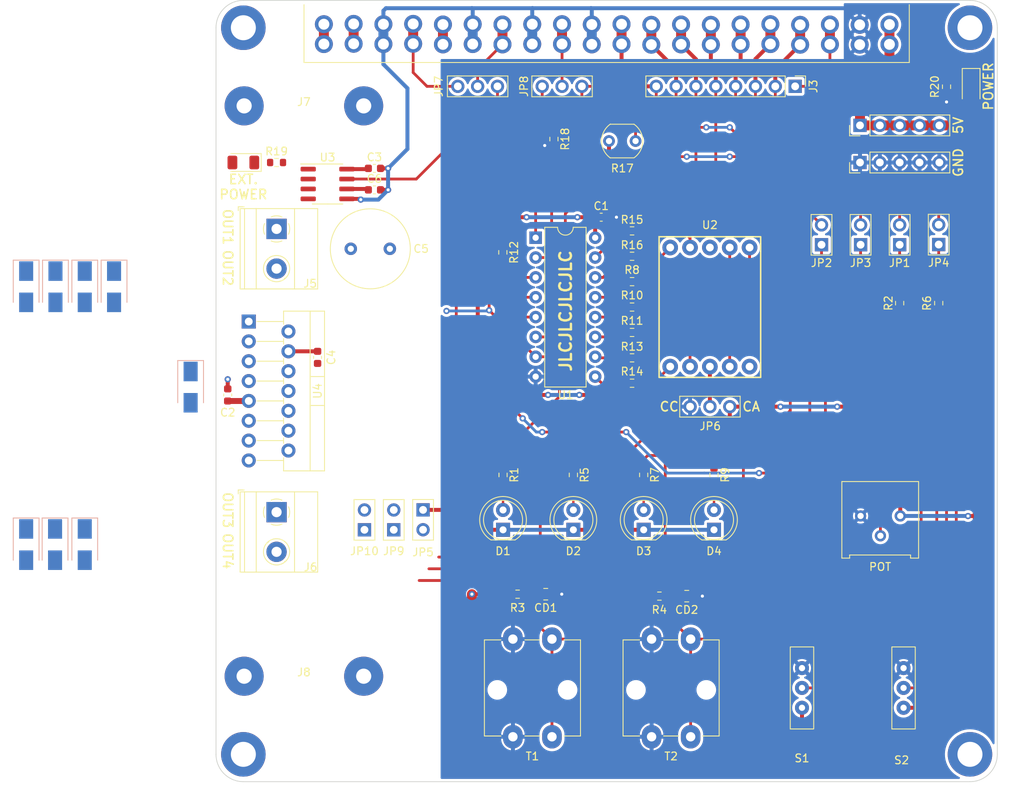
<source format=kicad_pcb>
(kicad_pcb (version 20211014) (generator pcbnew)
  (layers (0 "F.Cu" signal) (31 "B.Cu" signal) (34 "B.Paste" user) (35 "F.Paste" user) (36 "B.SilkS" user "B.Silkscreen") (37 "F.SilkS" user "F.Silkscreen") (38 "B.Mask" user) (39 "F.Mask" user) (44 "Edge.Cuts" user))
  (net 0 "")
  (net 1 "+5V")
  (net 2 "GND")
  (net 3 "/IP-")
  (net 4 "Net-(C6-Pad1)")
  (net 5 "DIO4")
  (net 6 "DIO5")
  (net 7 "Net-(D1-Pad1)")
  (net 8 "DIO0")
  (net 9 "DIO1")
  (net 10 "DIO2")
  (net 11 "DIO3")
  (net 12 "/OUT4")
  (net 13 "/OUT3")
  (net 14 "/OUT1")
  (net 15 "/OUT2")
  (net 16 "Net-(D13-Pad1)")
  (net 17 "VDD")
  (net 18 "Net-(D14-Pad1)")
  (net 19 "DIO7")
  (net 20 "DIO6")
  (net 21 "unconnected-(J4-Pad1)")
  (net 22 "unconnected-(J4-Pad2)")
  (net 23 "AO0")
  (net 24 "unconnected-(J4-Pad5)")
  (net 25 "AI0+")
  (net 26 "AI1+")
  (net 27 "Net-(JP1-Pad1)")
  (net 28 "Net-(JP4-Pad1)")
  (net 29 "Net-(JP6-Pad2)")
  (net 30 "Net-(JP7-Pad1)")
  (net 31 "Net-(JP8-Pad1)")
  (net 32 "Net-(JP9-Pad2)")
  (net 33 "Net-(JP10-Pad2)")
  (net 34 "Net-(R2-Pad1)")
  (net 35 "Net-(R6-Pad2)")
  (net 36 "Net-(R8-Pad1)")
  (net 37 "Net-(R8-Pad2)")
  (net 38 "Net-(R10-Pad1)")
  (net 39 "Net-(R10-Pad2)")
  (net 40 "Net-(R11-Pad1)")
  (net 41 "Net-(R11-Pad2)")
  (net 42 "Net-(R12-Pad2)")
  (net 43 "Net-(R13-Pad1)")
  (net 44 "Net-(R13-Pad2)")
  (net 45 "Net-(R14-Pad1)")
  (net 46 "Net-(R14-Pad2)")
  (net 47 "Net-(R15-Pad1)")
  (net 48 "Net-(R15-Pad2)")
  (net 49 "Net-(R16-Pad1)")
  (net 50 "Net-(R16-Pad2)")
  (net 51 "Net-(JP8-Pad3)")
  (net 58 "Net-(CD1-Pad1)")
  (net 59 "Net-(CD2-Pad1)")
  (net 60 "Net-(D1-Pad2)")
  (net 61 "Net-(D2-Pad2)")
  (net 62 "Net-(D3-Pad2)")
  (net 63 "Net-(D4-Pad2)")
  (footprint "LED_THT:LED_D5.0mm" (layer "F.Cu") (at 114.9875 101.5125 90)
    (fp_text reference "D2")
    (fp_text value "YELLOW")
  )
  (footprint "Resistor_SMD:R_0603_1608Metric" (layer "F.Cu") (at 162.75 44.8 -90)
    (fp_text reference "R20")
    (fp_text value "1k")
  )
  (footprint "Resistor_SMD:R_0603_1608Metric" (layer "F.Cu") (at 107.85 109.75)
    (fp_text reference "R3")
    (fp_text value "10k")
  )
  (footprint "Capacitor_THT:C_Radial_D10.0mm_H16.0mm_P5.00mm" (layer "F.Cu") (at 86.5 65.545)
    (fp_text reference "C5")
    (fp_text value "470u")
  )
  (footprint "Resistor_SMD:R_0603_1608Metric" (layer "F.Cu") (at 112.5 51.5 -90)
    (fp_text reference "R18")
    (fp_text value "10k")
  )
  (footprint "Resistor_SMD:R_0603_1608Metric" (layer "F.Cu") (at 122.5 69.75)
    (fp_text reference "R8")
    (fp_text value "680")
  )
  (footprint "Resistor_SMD:R_0603_1608Metric" (layer "F.Cu") (at 122.5 76.25)
    (fp_text reference "R11")
    (fp_text value "680")
  )
  (footprint "MountingHole:MountingHole_3.2mm_M3_ISO7380_Pad" (layer "F.Cu") (at 72.75 37.25)
    (fp_text reference "H1" hide)
    (fp_text value "MountingHole_Pad")
  )
  (footprint "Library:PinHeader_1x02_P2.54mm_jumper" (layer "F.Cu") (at 88.25 101.5125 180)
    (fp_text reference "JP10")
    (fp_text value "Jumper_2_Open")
  )
  (footprint "Resistor_SMD:R_0603_1608Metric" (layer "F.Cu") (at 122.5 73)
    (fp_text reference "R10")
    (fp_text value "680")
  )
  (footprint "Capacitor_SMD:C_0805_2012Metric" (layer "F.Cu") (at 111.45 109.75)
    (fp_text reference "CD1")
    (fp_text value "1u")
  )
  (footprint "Capacitor_SMD:C_0603_1608Metric" (layer "F.Cu") (at 89.525 55.25)
    (fp_text reference "C3")
    (fp_text value "100n")
  )
  (footprint "Resistor_SMD:R_0603_1608Metric" (layer "F.Cu") (at 156.75 72.5 90)
    (fp_text reference "R2")
    (fp_text value "10k")
  )
  (footprint "Resistor_SMD:R_0603_1608Metric" (layer "F.Cu") (at 161.75 72.5 -90)
    (fp_text reference "R6")
    (fp_text value "10k")
  )
  (footprint "Capacitor_SMD:C_0603_1608Metric" (layer "F.Cu") (at 70.75 84.25 90)
    (fp_text reference "C2")
    (fp_text value "100n")
  )
  (footprint "Library:7segm-SA52" (layer "F.Cu") (at 132.46 73)
    (fp_text reference "U2")
    (fp_text value "7segm-symbol")
  )
  (footprint "MountingHole:MountingHole_3.2mm_M3_ISO7380_Pad" (layer "F.Cu") (at 72.75 130.25)
    (fp_text reference "H4" hide)
    (fp_text value "MountingHole_Pad")
  )
  (footprint "Resistor_SMD:R_0603_1608Metric" (layer "F.Cu") (at 105.96 66 -90)
    (fp_text reference "R12")
    (fp_text value "10k")
  )
  (footprint "Library:PinHeader_1x03_P2.54mm_Vertical_jumper" (layer "F.Cu") (at 111 44.75 90)
    (fp_text reference "JP8")
    (fp_text value "Jumper_3_Open")
  )
  (footprint "Library:Potentiometer_Bourns_3386P_Vertical" (layer "F.Cu") (at 151.75 99.7375 -90)
    (fp_text reference "RV1" hide)
    (fp_text value "10k")
  )
  (footprint "Library:PinHeader_1x02_P2.54mm_jumper" (layer "F.Cu") (at 95.75 98.9625)
    (fp_text reference "JP5")
    (fp_text value "Jumper_2_Open")
  )
  (footprint "Library:PinHeader_1x02_P2.54mm_jumper" (layer "F.Cu") (at 161.75 65 180)
    (fp_text reference "JP4")
    (fp_text value "Jumper_2_Open")
  )
  (footprint "Library:PinHeader_1x02_P2.54mm_jumper" (layer "F.Cu") (at 92 101.5125 180)
    (fp_text reference "JP9")
    (fp_text value "Jumper_2_Open")
  )
  (footprint "Connector_PinHeader_2.54mm:PinHeader_1x08_P2.54mm_Vertical" (layer "F.Cu") (at 143.375 44.75 -90)
    (fp_text reference "J3")
    (fp_text value "Conn_01x08_Male")
  )
  (footprint "Connector_PinHeader_2.54mm:PinHeader_1x05_P2.54mm_Vertical" (layer "F.Cu") (at 151.675 54.5 90)
    (fp_text reference "J2" hide)
    (fp_text value "Conn_01x05_Male")
  )
  (footprint "Capacitor_SMD:C_0603_1608Metric" (layer "F.Cu") (at 82.25 79.44 -90)
    (fp_text reference "C4")
    (fp_text value "100n")
  )
  (footprint "LED_SMD:LED_1206_3216Metric" (layer "F.Cu") (at 72.75 54.5 180)
    (fp_text reference "D13" hide)
    (fp_text value "LED")
  )
  (footprint "Resistor_SMD:R_0603_1608Metric" (layer "F.Cu") (at 123.9875 94.4875 -90)
    (fp_text reference "R7")
    (fp_text value "1k")
  )
  (footprint "Library:OSTV7XX3151" (layer "F.Cu") (at 83.055 36.8)
    (fp_text reference "J4" hide)
    (fp_text value "OSTV7XX3151")
  )
  (footprint "Library:TO-220-15_P2.54x2.54mm_StaggerOdd_Lead4.58mm_Vertical" (layer "F.Cu") (at 73.44 74.855 -90)
    (fp_text reference "U4")
    (fp_text value "L298N")
  )
  (footprint "Library:PinHeader_1x03_P2.54mm_Vertical_jumper" (layer "F.Cu") (at 105.275 44.75 -90)
    (fp_text reference "JP7")
    (fp_text value "Jumper_3_Open")
  )
  (footprint "Resistor_SMD:R_0603_1608Metric" (layer "F.Cu") (at 77 54.5)
    (fp_text reference "R19")
    (fp_text value "2k7")
  )
  (footprint "Resistor_SMD:R_0603_1608Metric" (layer "F.Cu") (at 114.9875 94.4875 -90)
    (fp_text reference "R5")
    (fp_text value "1k")
  )
  (footprint "LED_THT:LED_D5.0mm" (layer "F.Cu") (at 123.9875 101.5125 90)
    (fp_text reference "D3")
    (fp_text value "GREEN")
  )
  (footprint "Package_DIP:DIP-16_W7.62mm" (layer "F.Cu") (at 110.16 64.125)
    (fp_text reference "U1")
    (fp_text value "74LS47")
  )
  (footprint "TerminalBlock_Phoenix:TerminalBlock_Phoenix_MKDS-1,5-2-5.08_1x02_P5.08mm_Horizontal" (layer "F.Cu") (at 77 99.25 -90)
    (fp_text reference "J6")
    (fp_text value "Screw_Terminal_01x02")
  )
  (footprint "Capacitor_SMD:C_0603_1608Metric" (layer "F.Cu") (at 89.525 58)
    (fp_text reference "C6")
    (fp_text value "1n")
  )
  (footprint "Resistor_SMD:R_0603_1608Metric" (layer "F.Cu") (at 132.9875 94.4875 -90)
    (fp_text reference "R9")
    (fp_text value "1k")
  )
  (footprint "Capacitor_SMD:C_0805_2012Metric" (layer "F.Cu") (at 129.5 110)
    (fp_text reference "CD2")
    (fp_text value "1u")
  )
  (footprint "Resistor_SMD:R_0603_1608Metric" (layer "F.Cu") (at 105.9875 94.4875 -90)
    (fp_text reference "R1")
    (fp_text value "1k")
  )
  (footprint "Library:PinHeader_1x02_P2.54mm_jumper" (layer "F.Cu") (at 156.75 65.025 180)
    (fp_text reference "JP1")
    (fp_text value "Jumper_2_Open")
  )
  (footprint "Library:DELTRON 4mm banana socket - black" (layer "F.Cu") (at 80.5 120.25)
    (fp_text reference "J8")
    (fp_text value "Screw_Terminal_01x01")
  )
  (footprint "OptoDevice:R_LDR_5.1x4.3mm_P3.4mm_Vertical" (layer "F.Cu") (at 119.55 51.75)
    (fp_text reference "R17")
    (fp_text value "R_Photo")
  )
  (footprint "Library:Omron_B3F-12x12mm" (layer "F.Cu") (at 130 115.5 -90)
    (fp_text reference "SW4" hide)
    (fp_text value "SW_Push")
  )
  (footprint "LED_THT:LED_D5.0mm" (layer "F.Cu") (at 105.9875 101.5125 90)
    (fp_text reference "D1")
    (fp_text value "RED")
  )
  (footprint "Resistor_SMD:R_0603_1608Metric" (layer "F.Cu") (at 122.5 63.25)
    (fp_text reference "R15")
    (fp_text value "680")
  )
  (footprint "Library:PinHeader_1x03_P2.54mm_Vertical_jumper" (layer "F.Cu") (at 135.01 85.75 -90)
    (fp_text reference "JP6")
    (fp_text value "Jumper_3_Open")
  )
  (footprint "Resistor_SMD:R_0603_1608Metric" (layer "F.Cu") (at 122.5 79.5)
    (fp_text reference "R13")
    (fp_text value "680")
  )
  (footprint "MountingHole:MountingHole_3.2mm_M3_ISO7380_Pad" (layer "F.Cu") (at 165.75 130.25)
    (fp_text reference "H3" hide)
    (fp_text value "MountingHole_Pad")
  )
  (footprint "Library:we01014042" (layer "F.Cu") (at 144.25 121.75 90)
    (fp_text reference "SW1" hide)
    (fp_text value "SW_SPDT")
  )
  (footprint "Library:DELTRON 4mm banana socket - red" (layer "F.Cu") (at 80.5 47.25)
    (fp_text reference "J7")
    (fp_text value "Screw_Terminal_01x01")
  )
  (footprint "Library:we01014042" (layer "F.Cu") (at 157.25 121.75 90)
    (fp_text reference "SW2" hide)
    (fp_text value "SW_SPDT")
  )
  (footprint "Library:PinHeader_1x02_P2.54mm_jumper" (layer "F.Cu") (at 146.75 65.025 180)
    (fp_text reference "JP2")
    (fp_text value "Jumper_2_Open")
  )
  (footprint "LED_SMD:LED_1206_3216Metric" (layer "F.Cu") (at 165.9 44.75 -90)
    (fp_text reference "D14" hide)
    (fp_text value "LED")
  )
  (footprint "Library:PinHeader_1x02_P2.54mm_jumper" (layer "F.Cu") (at 151.75 65.025 180)
    (fp_text reference "JP3")
    (fp_text value "Jumper_2_Open")
  )
  (footprint "Library:Omron_B3F-12x12mm" (layer "F.Cu") (at 112.25 115.5 -90)
    (fp_text reference "SW3" hide)
    (fp_text value "SW_Push")
  )
  (footprint "Resistor_SMD:R_0603_1608Metric" (layer "F.Cu") (at 126 110)
    (fp_text reference "R4")
    (fp_text value "10k")
  )
  (footprint "LED_THT:LED_D5.0mm" (layer "F.Cu") (at 132.9875 101.5125 90)
    (fp_text reference "D4")
    (fp_text value "BLUE")
  )
  (footprint "TerminalBlock_Phoenix:TerminalBlock_Phoenix_MKDS-1,5-2-5.08_1x02_P5.08mm_Horizontal" (layer "F.Cu") (at 77 63 -90)
    (fp_text reference "J5")
    (fp_text value "Screw_Terminal_01x02")
  )
  (footprint "Capacitor_SMD:C_0603_1608Metric" (layer "F.Cu") (at 118.555 61.5)
    (fp_text reference "C1")
    (fp_text value "100n")
  )
  (footprint "Connector_PinHeader_2.54mm:PinHeader_1x05_P2.54mm_Vertical" (layer "F.Cu") (at 151.675 49.75 90)
    (fp_text reference "J1" hide)
    (fp_text value "Conn_01x05_Male")
  )
  (footprint "MountingHole:MountingHole_3.2mm_M3_ISO7380_Pad" (layer "F.Cu") (at 165.75 37.25)
    (fp_text reference "H2" hide)
    (fp_text value "MountingHole_Pad")
  )
  (footprint "Package_SO:SOIC-8_3.9x4.9mm_P1.27mm" (layer "F.Cu") (at 83.525 57.25)
    (fp_text reference "U3")
    (fp_text value "ACS712xLCTR-05B")
  )
  (footprint "Resistor_SMD:R_0603_1608Metric" (layer "F.Cu") (at 122.5 66.5)
    (fp_text reference "R16")
    (fp_text value "680")
  )
  (footprint "Resistor_SMD:R_0603_1608Metric" (layer "F.Cu") (at 122.5 82.75)
    (fp_text reference "R14")
    (fp_text value "680")
  )
  (footprint "Diode_SMD:D_SMA" (layer "B.Cu") (at 52.45 70.4 -90)
    (fp_text reference "D6" hide)
    (fp_text value "1N4007")
  )
  (footprint "Diode_SMD:D_SMA" (layer "B.Cu") (at 56.2 70.4 -90)
    (fp_text reference "D5" hide)
    (fp_text value "1N4007")
  )
  (footprint "Diode_SMD:D_SMA" (layer "B.Cu") (at 52.45 103.4 -90)
    (fp_text reference "D10" hide)
    (fp_text value "1N4007")
  )
  (footprint "Diode_SMD:D_SMA" (layer "B.Cu") (at 66 83.25 -90)
    (fp_text reference "D11" hide)
    (fp_text value "1N4007")
  )
  (footprint "Diode_SMD:D_SMA" (layer "B.Cu") (at 48.65 103.4 -90)
    (fp_text reference "D9" hide)
    (fp_text value "1N4007")
  )
  (footprint "Diode_SMD:D_SMA" (layer "B.Cu") (at 48.7 70.4 -90)
    (fp_text reference "D7" hide)
    (fp_text value "1N4007")
  )
  (footprint "Diode_SMD:D_SMA" (layer "B.Cu") (at 44.95 103.4 -90)
    (fp_text reference "D12" hide)
    (fp_text value "1N4007")
  )
  (footprint "Diode_SMD:D_SMA" (layer "B.Cu") (at 44.95 70.4 -90)
    (fp_text reference "D8" hide)
    (fp_text value "1N4007")
  )
  (gr_line (start 165.75 133.75) (end 72.75 133.75) (layer "Edge.Cuts") (width 0.1))
  (gr_line (start 169.25 37.25) (end 169.25 130.25) (layer "Edge.Cuts") (width 0.1))
  (gr_line (start 69.25 130.25) (end 69.25 37.25) (layer "Edge.Cuts") (width 0.1))
  (gr_arc (start 69.25 37.25) (mid 70.275126 34.775126) (end 72.75 33.75) (layer "Edge.Cuts") (width 0.1))
  (gr_arc (start 169.25 130.25) (mid 168.224874 132.724874) (end 165.75 133.75) (layer "Edge.Cuts") (width 0.1))
  (gr_line (start 72.75 33.75) (end 165.75 33.75) (layer "Edge.Cuts") (width 0.1))
  (gr_arc (start 72.75 133.75) (mid 70.275126 132.724874) (end 69.25 130.25) (layer "Edge.Cuts") (width 0.1))
  (gr_arc (start 165.75 33.75) (mid 168.224874 34.775126) (end 169.25 37.25) (layer "Edge.Cuts") (width 0.1))
  (gr_text "OUT4" (at 70.75 104.25 270) (layer "F.SilkS") (effects (font (size 1.2 1.2) (thickness 0.2))))
  (gr_text "T2" (at 127.5 130.5) (layer "F.SilkS") (effects (font (size 1 1))))
  (gr_text "S1" (at 144.25 130.75) (layer "F.SilkS") (effects (font (size 1 1))))
  (gr_text "S2" (at 157 131) (layer "F.SilkS") (effects (font (size 1 1))))
  (gr_text "OUT1" (at 70.75 62.75 270) (layer "F.SilkS") (effects (font (size 1.2 1.2) (thickness 0.2))))
  (gr_text "EXT.\nPOWER" (at 72.75 57.625) (layer "F.SilkS") (effects (font (size 1.2 1.2) (thickness 0.2))))
  (gr_text "OUT3" (at 70.75 99 270) (layer "F.SilkS") (effects (font (size 1.2 1.2) (thickness 0.2))))
  (gr_text "JLCJLCJLCJLC" (at 114 73.5 90) (layer "F.SilkS") (effects (font (size 1.5 1.5) (thickness 0.3))))
  (gr_text "T1" (at 109.75 130.5) (layer "F.SilkS") (effects (font (size 1 1))))
  (gr_text "GND" (at 164.25 54.5 90) (layer "F.SilkS") (effects (font (size 1.2 1.2) (thickness 0.2))))
  (gr_text "POT" (at 154.25 106.25) (layer "F.SilkS") (effects (font (size 1 1))))
  (gr_text "5V" (at 164.25 49.75 90) (layer "F.SilkS") (effects (font (size 1.2 1.2) (thickness 0.2))))
  (gr_text "CA" (at 137.75 85.75) (layer "F.SilkS") (effects (font (size 1.2 1.2) (thickness 0.2))))
  (gr_text "POWER" (at 168.1 44.75 90) (layer "F.SilkS") (effects (font (size 1.2 1.2) (thickness 0.2))))
  (gr_text "CC" (at 127.25 85.75) (layer "F.SilkS") (effects (font (size 1.2 1.2) (thickness 0.2))))
  (gr_text "OUT2" (at 70.75 68 270) (layer "F.SilkS") (effects (font (size 1.2 1.2) (thickness 0.2))))
  (segment (start 102 113.7) (end 102 109.75) (width 1.27) (layer "F.Cu") (net 1))
  (segment (start 156.83 91.83) (end 150.75 85.75) (width 0.508) (layer "F.Cu") (net 1))
  (segment (start 105.96 65.175) (end 105.96 63.04) (width 0.508) (layer "F.Cu") (net 1))
  (segment (start 156.83 99.7375) (end 156.83 91.83) (width 0.508) (layer "F.Cu") (net 1))
  (segment (start 144.25 124.29) (end 144.25 132) (width 0.508) (layer "F.Cu") (net 1))
  (segment (start 108.75 84.25) (end 111.75 84.25) (width 0.508) (layer "F.Cu") (net 1))
  (segment (start 107.5 79.75) (end 107.5 82.25) (width 0.508) (layer "F.Cu") (net 1))
  (segment (start 164.85 48.35) (end 164.85 49.75) (width 0.3048) (layer "F.Cu") (net 1))
  (segment (start 119.55 53.2) (end 118.5 54.25) (width 0.508) (layer "F.Cu") (net 1))
  (segment (start 119.75 132) (end 104.25 132) (width 1.27) (layer "F.Cu") (net 1))
  (segment (start 165.5 49.75) (end 166.75 51) (width 1.27) (layer "F.Cu") (net 1))
  (segment (start 144.25 132) (end 119.75 132) (width 1.27) (layer "F.Cu") (net 1))
  (segment (start 155.445 36.84) (end 155.445 39.38) (width 1.27) (layer "F.Cu") (net 1))
  (segment (start 107.5 83) (end 108.75 84.25) (width 0.508) (layer "F.Cu") (net 1))
  (segment (start 166.75 123.25) (end 165.25 124.75) (width 1.27) (layer "F.Cu") (net 1))
  (segment (start 118.5 54.25) (end 108.5 54.25) (width 0.508) (layer "F.Cu") (net 1))
  (segment (start 135.01 86.99) (end 134.375 87.625) (width 0.508) (layer "F.Cu") (net 1))
  (segment (start 117.78 61.5) (end 115.5 61.5) (width 0.508) (layer "F.Cu") (net 1))
  (segment (start 117.78 61.5) (end 117.78 64.125) (width 0.508) (layer "F.Cu") (net 1))
  (segment (start 115.75 84.25) (end 123 84.25) (width 0.508) (layer "F.Cu") (net 1))
  (segment (start 166.75 51) (end 166.75 99.5) (width 1.27) (layer "F.Cu") (net 1))
  (segment (start 165.9 47.3) (end 164.85 48.35) (width 0.3048) (layer "F.Cu") (net 1))
  (segment (start 160.04 124.29) (end 161.625 125.875) (width 0.508) (layer "F.Cu") (net 1))
  (segment (start 160.5 127) (end 160.5 129) (width 1.27) (layer "F.Cu") (net 1))
  (segment (start 107.5 83) (end 107.5 82.25) (width 0.508) (layer "F.Cu") (net 1))
  (segment (start 102.75 63.75) (end 102.75 75) (width 0.508) (layer "F.Cu") (net 1))
  (segment (start 166.5 99.75) (end 166.75 99.5) (width 0.508) (layer "F.Cu") (net 1))
  (segment (start 117.75 60.75) (end 118.25 60.25) (width 0.508) (layer "F.Cu") (net 1))
  (segment (start 104.25 132) (end 102 129.75) (width 1.27) (layer "F.Cu") (net 1))
  (segment (start 121.25 60.25) (end 122 61) (width 0.508) (layer "F.Cu") (net 1))
  (segment (start 165.25 124.75) (end 162.75 124.75) (width 1.27) (layer "F.Cu") (net 1))
  (segment (start 102 129.75) (end 102 113.7) (width 1.27) (layer "F.Cu") (net 1))
  (segment (start 136.25 61) (end 140 64.75) (width 0.508) (layer "F.Cu") (net 1))
  (segment (start 88.655 55.345) (end 88.75 55.25) (width 0.508) (layer "F.Cu") (net 1))
  (segment (start 105.96 63.04) (end 107.5 61.5) (width 0.508) (layer "F.Cu") (net 1))
  (segment (start 140 64.75) (end 140 85.75) (width 0.508) (layer "F.Cu") (net 1))
  (segment (start 165.9 46.15) (end 165.9 47.3) (width 0.3048) (layer "F.Cu") (net 1))
  (segment (start 135.01 85.75) (end 138.5 85.75) (width 0.508) (layer "F.Cu") (net 1))
  (segment (start 102.75 75) (end 107.5 79.75) (width 0.508) (layer "F.Cu") (net 1))
  (segment (start 135.01 85.75) (end 135.01 86.99) (width 0.508) (layer "F.Cu") (net 1))
  (segment (start 151.675 49.75) (end 151.675 47.325) (width 1.27) (layer "F.Cu") (net 1))
  (segment (start 165.5 99.75) (end 166.5 99.75) (width 0.508) (layer "F.Cu") (net 1))
  (segment (start 162.75 124.75) (end 161.625 125.875) (width 1.27) (layer "F.Cu") (net 1))
  (segment (start 161.625 125.875) (end 160.5 127) (width 1.27) (layer "F.Cu") (net 1))
  (segment (start 70.75 85.025) (end 73.43 85.025) (width 0.762) (layer "F.Cu") (net 1))
  (segment (start 119.75 112) (end 119.75 132) (width 0.508) (layer "F.Cu") (net 1))
  (segment (start 157.25 124.29) (end 160.04 124.29) (width 0.508) (layer "F.Cu") (net 1))
  (segment (start 73.43 85.025) (end 73.44 85.015) (width 0.762) (layer "F.Cu") (net 1))
  (segment (start 125.175 110) (end 121.75 110) (width 0.508) (layer "F.Cu") (net 1))
  (segment (start 166.75 99.5) (end 166.75 123.25) (width 1.27) (layer "F.Cu") (net 1))
  (segment (start 122 61) (end 136.25 61) (width 0.508) (layer "F.Cu") (net 1))
  (segment (start 107.5 61.5) (end 109 61.5) (width 0.508) (layer "F.Cu") (net 1))
  (segment (start 119.55 51.75) (end 119.55 53.2) (width 0.508) (layer "F.Cu") (net 1))
  (segment (start 117.75 61.47) (end 117.75 60.75) (width 0.508) (layer "F.Cu") (net 1))
  (segment (start 161.835 49.75) (end 151.675 49.75) (width 1.27) (layer "F.Cu") (net 1))
  (segment (start 141.5 85.75) (end 140 85.75) (width 0.508) (layer "F.Cu") (net 1))
  (segment (start 164.85 49.75) (end 165.5 49.75) (width 1.27) (layer "F.Cu") (net 1))
  (segment (start 121.75 110) (end 119.75 112) (width 0.508) (layer "F.Cu") (net 1))
  (segment (start 160.5 129) (end 157.5 132) (width 1.27) (layer "F.Cu") (net 1))
  (segment (start 102.75 60) (end 102.75 63.75) (width 0.508) (layer "F.Cu") (net 1))
  (segment (start 151.675 47.325) (end 155.445 43.555) (width 1.27) (layer "F.Cu") (net 1))
  (segment (start 118.25 60.25) (end 121.25 60.25) (width 0.508) (layer "F.Cu") (net 1))
  (segment (start 150.75 85.75) (end 148.75 85.75) (width 0.508) (layer "F.Cu") (net 1))
  (segment (start 107.025 109.75) (end 102 109.75) (width 0.508) (layer "F.Cu") (net 1))
  (segment (start 108.5 54.25) (end 102.75 60) (width 0.508) (layer "F.Cu") (net 1))
  (segment (start 161.835 49.75) (end 164.85 49.75) (width 1.27) (layer "F.Cu") (net 1))
  (segment (start 157.5 132) (end 144.25 132) (width 1.27) (layer "F.Cu") (net 1))
  (segment (start 140 85.75) (end 138.5 85.75) (width 0.508) (layer "F.Cu") (net 1))
  (segment (start 86 55.345) (end 88.655 55.345) (width 0.508) (layer "F.Cu") (net 1))
  (segment (start 117.78 61.5) (end 117.75 61.47) (width 0.508) (layer "F.Cu") (net 1))
  (segment (start 123 84.25) (end 126.375 87.625) (width 0.508) (layer "F.Cu") (net 1))
  (segment (start 155.445 43.555) (end 155.445 39.38) (width 1.27) (layer "F.Cu") (net 1))
  (segment (start 126.375 87.625) (end 134.375 87.625) (width 0.508) (layer "F.Cu") (net 1))
  (via (at 111.75 84.25) (size 0.8) (drill 0.4) (layers "F.Cu" "B.Cu") (net 1))
  (via (at 102 109.75) (size 0.8) (drill 0.4) (layers "F.Cu" "B.Cu") (net 1))
  (via (at 115.5 61.5) (size 0.8) (drill 0.4) (layers "F.Cu" "B.Cu") (net 1))
  (via (at 141.5 85.75) (size 0.8) (drill 0.4) (layers "F.Cu" "B.Cu") (net 1))
  (via (at 109 61.5) (size 0.8) (drill 0.4) (layers "F.Cu" "B.Cu") (net 1))
  (via (at 148.75 85.75) (size 0.8) (drill 0.4) (layers "F.Cu" "B.Cu") (net 1))
  (via (at 165.5 99.75) (size 0.8) (drill 0.4) (layers "F.Cu" "B.Cu") (net 1))
  (via (at 115.75 84.25) (size 0.8) (drill 0.4) (layers "F.Cu" "B.Cu") (net 1))
  (segment (start 111.75 84.25) (end 115.75 84.25) (width 0.508) (layer "B.Cu") (net 1))
  (segment (start 165.4875 99.7375) (end 165.5 99.75) (width 0.508) (layer "B.Cu") (net 1))
  (segment (start 156.83 99.7375) (end 165.4875 99.7375) (width 0.508) (layer "B.Cu") (net 1))
  (segment (start 148.75 85.75) (end 141.5 85.75) (width 0.508) (layer "B.Cu") (net 1))
  (segment (start 115.5 61.5) (end 109 61.5) (width 0.508) (layer "B.Cu") (net 1))
  (segment (start 130.45 110) (end 131.5 110) (width 0.508) (layer "F.Cu") (net 2))
  (segment (start 86 59.155) (end 87.68 59.155) (width 0.508) (layer "F.Cu") (net 2))
  (segment (start 111.345 52.325) (end 111.32 52.3) (width 0.3048) (layer "F.Cu") (net 2))
  (segment (start 119.33 61.5) (end 120.5 61.5) (width 0.508) (layer "F.Cu") (net 2))
  (segment (start 112.5 52.325) (end 111.32 52.325) (width 0.508) (layer "F.Cu") (net 2))
  (segment (start 162.75 45.625) (end 162.75 46.75) (width 0.3048) (layer "F.Cu") (net 2))
  (segment (start 90.3 55.25) (end 91.275 55.25) (width 0.508) (layer "F.Cu") (net 2))
  (segment (start 70.75 83.475) (end 70.75 82.25) (width 0.508) (layer "F.Cu") (net 2))
  (segment (start 112.4 109.75) (end 113.5 109.75) (width 0.508) (layer "F.Cu") (net 2))
  (segment (start 87.68 59.155) (end 87.775 59.25) (width 0.508) (layer "F.Cu") (net 2))
  (segment (start 90.3 58) (end 91.275 58) (width 0.508) (layer "F.Cu") (net 2))
  (via (at 113.5 109.75) (size 0.8) (drill 0.4) (layers "F.Cu" "B.Cu") (net 2))
  (via (at 131.5 110) (size 0.8) (drill 0.4) (layers "F.Cu" "B.Cu") (net 2))
  (via (at 87.775 59.25) (size 0.8) (drill 0.4) (layers "F.Cu" "B.Cu") (net 2))
  (via (at 91.275 58) (size 0.8) (drill 0.4) (layers "F.Cu" "B.Cu") (net 2))
  (via (at 91.275 55.25) (size 0.8) (drill 0.4) (layers "F.Cu" "B.Cu") (net 2))
  (via (at 111.32 52.325) (size 0.8) (drill 0.4) (layers "F.Cu" "B.Cu") (net 2))
  (via (at 162.75 46.75) (size 0.8) (drill 0.4) (layers "F.Cu" "B.Cu") (net 2))
  (via (at 120.5 61.5) (size 0.8) (drill 0.4) (layers "F.Cu" "B.Cu") (net 2))
  (via (at 70.75 82.25) (size 0.8) (drill 0.4) (layers "F.Cu" "B.Cu") (net 2))
  (segment (start 102.105 36.8) (end 102.105 39.34) (width 1.27) (layer "B.Cu") (net 2))
  (segment (start 109.725 36.8) (end 109.725 39.34) (width 1.27) (layer "B.Cu") (net 2))
  (segment (start 90.675 39.34) (end 90.675 41.925) (width 0.508) (layer "B.Cu") (net 2))
  (segment (start 117.345 39.38) (end 117.345 36.84) (width 1.27) (layer "B.Cu") (net 2))
  (segment (start 91.275 55.25) (end 91.275 58) (width 0.508) (layer "B.Cu") (net 2))
  (segment (start 109.75 34.75) (end 102 34.75) (width 0.508) (layer "B.Cu") (net 2))
  (segment (start 117.345 36.84) (end 117.345 34.845) (width 0.508) (layer "B.Cu") (net 2))
  (segment (start 87.775 59.25) (end 90.025 59.25) (width 0.508) (layer "B.Cu") (net 2))
  (segment (start 90.675 35.075) (end 90.675 36.8) (width 0.508) (layer "B.Cu") (net 2))
  (segment (start 102.105 34.855) (end 102 34.75) (width 0.508) (layer "B.Cu") (net 2))
  (segment (start 109.725 34.775) (end 109.75 34.75) (width 0.508) (layer "B.Cu") (net 2))
  (segment (start 90.025 59.25) (end 91.275 58) (width 0.508) (layer "B.Cu") (net 2))
  (segment (start 151.635 36.88) (end 151.635 35.385) (width 0.508) (layer "B.Cu") (net 2))
  (segment (start 102 34.75) (end 91 34.75) (width 0.508) (layer "B.Cu") (net 2))
  (segment (start 109.725 36.8) (end 109.725 34.775) (width 0.508) (layer "B.Cu") (net 2))
  (segment (start 91 34.75) (end 90.675 35.075) (width 0.508) (layer "B.Cu") (net 2))
  (segment (start 93.75 52.775) (end 91.275 55.25) (width 0.508) (layer "B.Cu") (net 2))
  (segment (start 117.345 34.845) (end 117.25 34.75) (width 0.508) (layer "B.Cu") (net 2))
  (segment (start 90.675 41.925) (end 93.75 45) (width 0.508) (layer "B.Cu") (net 2))
  (segment (start 151 34.75) (end 117.25 34.75) (width 0.508) (layer "B.Cu") (net 2))
  (segment (start 109.75 34.75) (end 117.25 34.75) (width 0.508) (layer "B.Cu") (net 2))
  (segment (start 102.105 36.8) (end 102.105 34.855) (width 0.508) (layer "B.Cu") (net 2))
  (segment (start 93.75 45) (end 93.75 52.775) (width 0.508) (layer "B.Cu") (net 2))
  (segment (start 90.675 36.8) (end 90.675 39.34) (width 1.27) (layer "B.Cu") (net 2))
  (segment (start 151.635 35.385) (end 151 34.75) (width 0.508) (layer "B.Cu") (net 2))
  (segment (start 78.52 78.665) (end 82.25 78.665) (width 0.508) (layer "F.Cu") (net 3))
  (segment (start 86 57.885) (end 88.635 57.885) (width 0.508) (layer "F.Cu") (net 4))
  (segment (start 88.635 57.885) (end 88.75 58) (width 0.508) (layer "F.Cu") (net 4))
  (segment (start 136.395 41.355) (end 135.755 41.995) (width 0.508) (layer "F.Cu") (net 5))
  (segment (start 136.395 39.38) (end 136.395 41.355) (width 0.508) (layer "F.Cu") (net 5))
  (segment (start 136.395 36.84) (end 136.395 39.38) (width 1.27) (layer "F.Cu") (net 5))
  (segment (start 135.755 41.995) (end 135.755 44.75) (width 0.508) (layer "F.Cu") (net 5))
  (segment (start 144 59.735) (end 144 54.5) (width 0.3556) (layer "F.Cu") (net 5))
  (segment (start 135.755 46.255) (end 135.755 44.75) (width 0.3556) (layer "F.Cu") (net 5))
  (segment (start 146.75 62.485) (end 144 59.735) (width 0.3556) (layer "F.Cu") (net 5))
  (segment (start 144 54.5) (end 135.755 46.255) (width 0.3556) (layer "F.Cu") (net 5))
  (segment (start 138.295 46.295) (end 145.25 53.25) (width 0.3556) (layer "F.Cu") (net 6))
  (segment (start 140.205 36.8) (end 140.205 39.34) (width 1.27) (layer "F.Cu") (net 6))
  (segment (start 138.295 44.75) (end 138.295 41.25) (width 0.508) (layer "F.Cu") (net 6))
  (segment (start 138.295 44.75) (end 138.295 46.295) (width 0.3556) (layer "F.Cu") (net 6))
  (segment (start 146.75 59.75) (end 151.25 59.75) (width 0.3556) (layer "F.Cu") (net 6))
  (segment (start 145.25 53.25) (end 145.25 58.25) (width 0.3556) (layer "F.Cu") (net 6))
  (segment (start 151.25 59.75) (end 151.75 60.25) (width 0.3556) (layer "F.Cu") (net 6))
  (segment (start 145.25 58.25) (end 146.75 59.75) (width 0.3556) (layer "F.Cu") (net 6))
  (segment (start 151.75 60.25) (end 151.75 62.485) (width 0.3556) (layer "F.Cu") (net 6))
  (segment (start 138.295 41.25) (end 140.205 39.34) (width 0.508) (layer "F.Cu") (net 6))
  (segment (start 98.9625 98.9625) (end 101.5125 101.5125) (width 0.508) (layer "F.Cu") (net 7))
  (segment (start 101.5125 101.5125) (end 105.9875 101.5125) (width 0.508) (layer "F.Cu") (net 7))
  (segment (start 123.9875 101.5125) (end 114.9875 101.5125) (width 0.508) (layer "F.Cu") (net 7))
  (segment (start 95.75 98.9625) (end 98.9625 98.9625) (width 0.508) (layer "F.Cu") (net 7))
  (segment (start 114.9875 101.5125) (end 105.9875 101.5125) (width 0.508) (layer "B.Cu") (net 7))
  (segment (start 123.9875 101.5125) (end 132.9875 101.5125) (width 0.508) (layer "B.Cu") (net 7))
  (segment (start 113.21 84.46) (end 113.21 81) (width 0.3556) (layer "F.Cu") (net 8))
  (segment (start 123 44.75) (end 121.155 42.905) (width 0.508) (layer "F.Cu") (net 8))
  (segment (start 121.155 36.8) (end 121.155 39.34) (width 1.27) (layer "F.Cu") (net 8))
  (segment (start 104.21 61.29) (end 109.75 55.75) (width 0.3556) (layer "F.Cu") (net 8))
  (segment (start 104.21 73.415) (end 104.21 61.29) (width 0.3556) (layer "F.Cu") (net 8))
  (segment (start 111.575 79.365) (end 110.16 79.365) (width 0.3556) (layer "F.Cu") (net 8))
  (segment (start 109.75 55.75) (end 122.75 55.75) (width 0.3556) (layer "F.Cu") (net 8))
  (segment (start 105.9875 93.6625) (end 105.9875 91.6825) (width 0.3556) (layer "F.Cu") (net 8))
  (segment (start 125.595 52.905) (end 125.595 44.75) (width 0.3556) (layer "F.Cu") (net 8))
  (segment (start 125.595 44.75) (end 123 44.75) (width 0.508) (layer "F.Cu") (net 8))
  (segment (start 105.9875 91.6825) (end 113.21 84.46) (width 0.3556) (layer "F.Cu") (net 8))
  (segment (start 122.75 55.75) (end 125.595 52.905) (width 0.3556) (layer "F.Cu") (net 8))
  (segment (start 113.21 81) (end 111.575 79.365) (width 0.3556) (layer "F.Cu") (net 8))
  (segment (start 110.16 79.365) (end 104.21 73.415) (width 0.3556) (layer "F.Cu") (net 8))
  (segment (start 121.155 42.905) (end 121.155 39.34) (width 0.508) (layer "F.Cu") (net 8))
  (via (at 104.21 73.415) (size 0.8) (drill 0.4) (layers "F.Cu" "B.Cu") (net 8))
  (via (at 98.75 73.5) (size 0.8) (drill 0.4) (layers "F.Cu" "B.Cu") (net 8))
  (segment (start 104.125 73.5) (end 104.21 73.415) (width 0.3556) (layer "B.Cu") (net 8))
  (segment (start 98.75 73.5) (end 104.125 73.5) (width 0.3556) (layer "B.Cu") (net 8))
  (segment (start 128.135 42.59) (end 124.965 39.42) (width 0.508) (layer "F.Cu") (net 9))
  (segment (start 122.75 91) (end 116.25 91) (width 0.3556) (layer "F.Cu") (net 9))
  (segment (start 110.16 59.34) (end 110.16 64.125) (width 0.3556) (layer "F.Cu") (net 9))
  (segment (start 142.75 83) (end 142.75 86.25) (width 0.3556) (layer "F.Cu") (net 9))
  (segment (start 114.9875 91.0125) (end 115 91) (width 0.3556) (layer "F.Cu") (net 9))
  (segment (start 128.135 53.635) (end 128.135 55.115) (width 0.3556) (layer "F.Cu") (net 9))
  (segment (start 110.75 96.25) (end 110.75 103.75) (width 0.3556) (layer "F.Cu") (net 9))
  (segment (start 124.25 89.5) (end 122.75 91) (width 0.3556) (layer "F.Cu") (net 9))
  (segment (start 136.5 53.75) (end 140.25 57.5) (width 0.3556) (layer "F.Cu") (net 9))
  (segment (start 124.965 36.88) (end 124.965 39.42) (width 1.27) (layer "F.Cu") (net 9))
  (segment (start 110.75 103.75) (end 109.5 105) (width 0.3556) (layer "F.Cu") (net 9))
  (segment (start 114.5 91) (end 114 91) (width 0.3556) (layer "F.Cu") (net 9))
  (segment (start 110.75 95.75) (end 110.75 96.25) (width 0.3556) (layer "F.Cu") (net 9))
  (segment (start 110.75 93) (end 112.75 91) (width 0.3556) (layer "F.Cu") (net 9))
  (segment (start 142.75 86.25) (end 139.5 89.5) (width 0.3556) (layer "F.Cu") (net 9))
  (segment (start 110.75 94.25) (end 110.75 95.75) (width 0.3556) (layer "F.Cu") (net 9))
  (segment (start 112.75 91) (end 114.5 91) (width 0.3556) (layer "F.Cu") (net 9))
  (segment (start 128.25 53.75) (end 128.135 53.635) (width 0.3556) (layer "F.Cu") (net 9))
  (segment (start 126.25 57) (end 112.5 57) (width 0.3556) (layer "F.Cu") (net 9))
  (segment (start 140.25 57.5) (end 140.25 63.5) (width 0.3556) (layer "F.Cu") (net 9))
  (segment (start 109.5 105) (end 97.75 105) (width 0.3556) (layer "F.Cu") (net 9))
  (segment (start 140.25 63.5) (end 142 65.25) (width 0.3556) (layer "F.Cu") (net 9))
  (segment (start 129.5 53.75) (end 128.25 53.75) (width 0.3556) (layer "F.Cu") (net 9))
  (segment (start 114.9875 93.6625) (end 114.9875 91.0125) (width 0.3556) (layer "F.Cu") (net 9))
  (segment (start 142 65.25) (end 142 82.25) (width 0.3556) (layer "F.Cu") (net 9))
  (segment (start 116.25 91) (end 115 91) (width 0.3556) (layer "F.Cu") (net 9))
  (segment (start 112.5 57) (end 110.16 59.34) (width 0.3556) (layer "F.Cu") (net 9))
  (segment (start 128.135 44.75) (end 128.135 42.59) (width 0.508) (layer "F.Cu") (net 9))
  (segment (start 110.75 96.25) (end 110.75 93) (width 0.3556) (layer "F.Cu") (net 9))
  (segment (start 139.5 89.5) (end 124.25 89.5) (width 0.3556) (layer "F.Cu") (net 9))
  (segment (start 142 82.25) (end 142.75 83) (width 0.3556) (layer "F.Cu") (net 9))
  (segment (start 128.135 44.75) (end 128.135 53.635) (width 0.3556) (layer "F.Cu") (net 9))
  (segment (start 128.135 55.115) (end 126.25 57) (width 0.3556) (layer "F.Cu") (net 9))
  (segment (start 115 91) (end 114.5 91) (width 0.3556) (layer "F.Cu") (net 9))
  (segment (start 135 53.75) (end 136.5 53.75) (width 0.3556) (layer "F.Cu") (net 9))
  (via (at 135 53.75) (size 0.8) (drill 0.4) (layers "F.Cu" "B.Cu") (net 9))
  (via (at 129.5 53.75) (size 0.8) (drill 0.4) (layers "F.Cu" "B.Cu") (net 9))
  (segment (start 135 53.75) (end 129.5 53.75) (width 0.3556) (layer "B.Cu") (net 9))
  (segment (start 142 90.75) (end 128.75 90.75) (width 0.3556) (layer "F.Cu") (net 10))
  (segment (start 114.25 58.25) (end 112.21 60.29) (width 0.3556) (layer "F.Cu") (net 10))
  (segment (start 141.5 62.5) (end 143.25 64.25) (width 0.3556) (layer "F.Cu") (net 10))
  (segment (start 123.9875 92.5125) (end 124.5 92) (width 0.3556) (layer "F.Cu") (net 10))
  (segment (start 143.25 79.75) (end 145.25 81.75) (width 0.3556) (layer "F.Cu") (net 10))
  (segment (start 132 50) (end 130.75 50) (width 0.3556) (layer "F.Cu") (net 10))
  (segment (start 127.5 92) (end 126.75 92) (width 0.3556) (layer "F.Cu") (net 10))
  (segment (start 112.21 60.29) (end 112.21 66) (width 0.3556) (layer "F.Cu") (net 10))
  (segment (start 130.675 44.75) (end 130.675 41.28) (width 0.508) (layer "F.Cu") (net 10))
  (segment (start 130.675 56.325) (end 128.75 58.25) (width 0.3556) (layer "F.Cu") (net 10))
  (segment (start 130.75 50) (end 130.675 50.075) (width 0.3556) (layer "F.Cu") (net 10))
  (segment (start 128.775 36.84) (end 128.775 39.38) (width 1.27) (layer "F.Cu") (net 10))
  (segment (start 126.75 103) (end 126.75 92) (width 0.3556) (layer "F.Cu") (net 10))
  (segment (start 128.75 90.75) (end 127.5 92) (width 0.3556) (layer "F.Cu") (net 10))
  (segment (start 116.25 106.5) (end 118.75 104) (width 0.3556) (layer "F.Cu") (net 10))
  (segment (start 143.25 64.25) (end 143.25 79.75) (width 0.3556) (layer "F.Cu") (net 10))
  (segment (start 130.675 47.075) (end 130.675 47.575) (width 0.3556) (layer "F.Cu") (net 10))
  (segment (start 130.675 41.28) (end 128.775 39.38) (width 0.508) (layer "F.Cu") (net 10))
  (segment (start 112.21 66) (end 111.545 66.665) (width 0.3556) (layer "F.Cu") (net 10))
  (segment (start 130.675 50.075) (end 130.675 56.325) (width 0.3556) (layer "F.Cu") (net 10))
  (segment (start 125.75 104) (end 126.75 103) (width 0.3556) (layer "F.Cu") (net 10))
  (segment (start 111.545 66.665) (end 110.16 66.665) (width 0.3556) (layer "F.Cu") (net 10))
  (segment (start 145.25 81.75) (end 145.25 87.5) (width 0.3556) (layer "F.Cu") (net 10))
  (segment (start 96.5 106.5) (end 116.25 106.5) (width 0.3556) (layer "F.Cu") (net 10))
  (segment (start 130.675 44.75) (end 130.675 47.075) (width 0.3556) (layer "F.Cu") (net 10))
  (segment (start 145.25 87.5) (end 142 90.75) (width 0.3556) (layer "F.Cu") (net 10))
  (segment (start 135 50) (end 141.5 56.5) (width 0.3556) (layer "F.Cu") (net 10))
  (segment (start 118.75 104) (end 125.75 104) (width 0.3556) (layer "F.Cu") (net 10))
  (segment (start 128.75 58.25) (end 114.25 58.25) (width 0.3556) (layer "F.Cu") (net 10))
  (segment (start 130.675 47.575) (end 130.675 50.075) (width 0.3556) (layer "F.Cu") (net 10))
  (segment (start 123.9875 93.6625) (end 123.9875 92.5125) (width 0.3556) (layer "F.Cu") (net 10))
  (segment (start 141.5 56.5) (end 141.5 62.5) (width 0.3556) (layer "F.Cu") (net 10))
  (segment (start 124.5 92) (end 126.75 92) (width 0.3556) (layer "F.Cu") (net 10))
  (via (at 135 50) (size 0.8) (drill 0.4) (layers "F.Cu" "B.Cu") (net 10))
  (via (at 132 50) (size 0.8) (drill 0.4) (layers "F.Cu" "B.Cu") (net 10))
  (segment (start 135 50) (end 132 50) (width 0.3556) (layer "B.Cu") (net 10))
  (segment (start 119.5 106) (end 134 106) (width 0.3556) (layer "F.Cu") (net 11))
  (segment (start 111.885 76.825) (end 110.16 76.825) (width 0.3556) (layer "F.Cu") (net 11))
  (segment (start 132.585 39.42) (end 132.585 41.835) (width 0.508) (layer "F.Cu") (net 11))
  (segment (start 133.215 44.75) (end 133.215 46.785) (width 0.3556) (layer "F.Cu") (net 11))
  (segment (start 132.585 36.88) (end 132.585 39.42) (width 1.27) (layer "F.Cu") (net 11))
  (segment (start 144.5 77.5) (end 147.25 80.25) (width 0.3556) (layer "F.Cu") (net 11))
  (segment (start 132.9875 92.7625) (end 133.5 92.25) (width 0.3556) (layer "F.Cu") (net 11))
  (segment (start 133.215 46.785) (end 134.285 46.785) (width 0.3556) (layer "F.Cu") (net 11))
  (segment (start 95.25 108) (end 117.5 108) (width 0.3556) (layer "F.Cu") (net 11))
  (segment (start 113.96 74.75) (end 111.885 76.825) (width 0.3556) (layer "F.Cu") (net 11))
  (segment (start 134 106) (end 136.75 103.25) (width 0.3556) (layer "F.Cu") (net 11))
  (segment (start 142.75 55.25) (end 142.75 61) (width 0.3556) (layer "F.Cu") (net 11))
  (segment (start 132.585 41.835) (end 133.215 42.465) (width 0.508) (layer "F.Cu") (net 11))
  (segment (start 136.75 103.25) (end 136.75 92.25) (width 0.3556) (layer "F.Cu") (net 11))
  (segment (start 117.5 108) (end 119.5 106) (width 0.3556) (layer "F.Cu") (net 11))
  (segment (start 147.25 80.25) (end 147.25 88.5) (width 0.3556) (layer "F.Cu") (net 11))
  (segment (start 133.215 42.465) (end 133.215 44.75) (width 0.508) (layer "F.Cu") (net 11))
  (segment (start 132.9875 93.6625) (end 132.9875 92.7625) (width 0.3556) (layer "F.Cu") (net 11))
  (segment (start 131.25 59.5) (end 115.5 59.5) (width 0.3556) (layer "F.Cu") (net 11))
  (segment (start 133.215 46.785) (end 133.215 57.535) (width 0.3556) (layer "F.Cu") (net 11))
  (segment (start 115.5 59.5) (end 113.96 61.04) (width 0.3556) (layer "F.Cu") (net 11))
  (segment (start 133.5 92.25) (end 136.75 92.25) (width 0.3556) (layer "F.Cu") (net 11))
  (segment (start 113.96 61.04) (end 113.96 74.75) (width 0.3556) (layer "F.Cu") (net 11))
  (segment (start 143.5 92.25) (end 136.75 92.25) (width 0.3556) (layer "F.Cu") (net 11))
  (segment (start 133.215 57.535) (end 131.25 59.5) (width 0.3556) (layer "F.Cu") (net 11))
  (segment (start 134.285 46.785) (end 142.75 55.25) (width 0.3556) (layer "F.Cu") (net 11))
  (segment (start 142.75 61) (end 144.5 62.75) (width 0.3556) (layer "F.Cu") (net 11))
  (segment (start 144.5 62.75) (end 144.5 77.5) (width 0.3556) (layer "F.Cu") (net 11))
  (segment (start 147.25 88.5) (end 143.5 92.25) (width 0.3556) (layer "F.Cu") (net 11))
  (segment (start 78.545 76.1) (end 78.52 76.125) (width 1.27) (layer "B.Cu") (net 14))
  (segment (start 165.9 42.15) (end 165.25 41.5) (width 0.3048) (layer "F.Cu") (net 18))
  (segment (start 165.9 43.35) (end 165.9 42.15) (width 0.3048) (layer "F.Cu") (net 18))
  (segment (start 165.25 41.5) (end 163.5 41.5) (width 0.3048) (layer "F.Cu") (net 18))
  (segment (start 162.75 42.25) (end 162.75 43.975) (width 0.3048) (layer "F.Cu") (net 18))
  (segment (start 163.5 41.5) (end 162.75 42.25) (width 0.3048) (layer "F.Cu") (net 18))
  (segment (start 149 56.75) (end 159 56.75) (width 0.3556) (layer "F.Cu") (net 19))
  (segment (start 147.825 36.84) (end 147.825 39.38) (width 1.27) (layer "F.Cu") (net 19))
  (segment (start 161.75 59.5) (end 161.75 62.46) (width 0.3556) (layer "F.Cu") (net 19))
  (segment (start 159 56.75) (end 161.75 59.5) (width 0.3556) (layer "F.Cu") (net 19))
  (segment (start 147.825 44.675) (end 147.825 55.575) (width 0.3556) (layer "F.Cu") (net 19))
  (segment (start 147.825 55.575) (end 149 56.75) (width 0.3556) (layer "F.Cu") (net 19))
  (segment (start 143.375 44.75) (end 147.75 44.75) (width 0.3556) (layer "F.Cu") (net 19))
  (segment (start 147.825 39.38) (end 147.825 44.675) (width 0.3556) (layer "F.Cu") (net 19))
  (segment (start 147.75 44.75) (end 147.825 44.675) (width 0.3556) (layer "F.Cu") (net 19))
  (segment (start 140.835 46.335) (end 140.835 44.75) (width 0.3556) (layer "F.Cu") (net 20))
  (segment (start 148 58.25) (end 146.5 56.75) (width 0.3556) (layer "F.Cu") (net 20))
  (segment (start 156.75 62.485) (end 156.75 60.5) (width 0.3556) (layer "F.Cu") (net 20))
  (segment (start 144.015 36.88) (end 144.015 39.42) (width 1.27) (layer "F.Cu") (net 20))
  (segment (start 140.835 44.75) (end 140.835 42.6) (width 0.508) (layer "F.Cu") (net 20))
  (segment (start 146.5 56.75) (end 146.5 52) (width 0.3556) (layer "F.Cu") (net 20))
  (segment (start 154.5 58.25) (end 148 58.25) (width 0.3556) (layer "F.Cu") (net 20))
  (segment (start 156.75 60.5) (end 154.5 58.25) (width 0.3556) (layer "F.Cu") (net 20))
  (segment (start 146.5 52) (end 140.835 46.335) (width 0.3556) (layer "F.Cu") (net 20))
  (segment (start 140.835 42.6) (end 144.015 39.42) (width 0.508) (layer "F.Cu") (net 20))
  (segment (start 83.055 36.8) (end 83.055 39.34) (width 1.27) (layer "F.Cu") (net 21))
  (segment (start 86.865 36.76) (end 86.865 39.3) (width 1.27) (layer "F.Cu") (net 22))
  (segment (start 94.485 39.3) (end 94.485 42.985) (width 0.3556) (layer "F.Cu") (net 23))
  (segment (start 94.485 36.76) (end 94.485 39.3) (width 1.27) (layer "F.Cu") (net 23))
  (segment (start 94.485 42.985) (end 96.25 44.75) (width 0.3556) (layer "F.Cu") (net 23))
  (segment (start 96.25 44.75) (end 100.195 44.75) (width 0.3556) (layer "F.Cu") (net 23))
  (segment (start 98.295 36.84) (end 98.295 39.38) (width 1.27) (layer "F.Cu") (net 24))
  (segment (start 105.915 39.38) (end 102.735 42.56) (width 0.3556) (layer "F.Cu") (net 25))
  (segment (start 102.735 42.56) (end 102.735 44.75) (width 0.3556) (layer "F.Cu") (net 25))
  (segment (start 105.915 36.84) (end 105.915 39.38) (width 1.27) (layer "F.Cu") (net 25))
  (segment (start 113.535 44.745) (end 113.54 44.75) (width 0.3556) (layer "F.Cu") (net 26))
  (segment (start 113.535 36.8) (end 113.535 39.34) (width 1.27) (layer "F.Cu") (net 26))
  (segment (start 113.54 39.345) (end 113.535 39.34) (width 0.3556) (layer "F.Cu") (net 26))
  (segment (start 113.54 44.75) (end 113.54 39.345) (width 0.3556) (layer "F.Cu") (net 26))
  (segment (start 113.54 36.805) (end 113.535 36.8) (width 0.3048) (layer "F.Cu") (net 26))
  (segment (start 156.75 65.025) (end 156.75 71.675) (width 0.3556) (layer "F.Cu") (net 27))
  (segment (start 161.75 71.675) (end 161.75 65) (width 0.3556) (layer "F.Cu") (net 28))
  (segment (start 132.46 80.62) (end 132.46 85.74) (width 0.508) (layer "F.Cu") (net 29))
  (segment (start 132.46 85.71) (end 132.5 85.75) (width 1.27) (layer "F.Cu") (net 29))
  (segment (start 132.46 85.74) (end 132.47 85.75) (width 0.508) (layer "F.Cu") (net 29))
  (segment (start 105.275 44.75) (end 105.275 46.225) (width 0.3556) (layer "F.Cu") (net 30))
  (segment (start 94.885 56.615) (end 105.275 46.225) (width 0.3556) (layer "F.Cu") (net 30))
  (segment (start 86 56.615) (end 94.885 56.615) (width 0.3556) (layer "F.Cu") (net 30))
  (segment (start 100 75.25) (end 100 58.5) (width 0.3556) (layer "F.Cu") (net 31))
  (segment (start 154.29 102.2775) (end 154.29 96.29) (width 0.3556) (layer "F.Cu") (net 31))
  (segment (start 111 47.5) (end 111 44.75) (width 0.3556) (layer "F.Cu") (net 31))
  (segment (start 105.75 84.5) (end 105.75 81) (width 0.3556) (layer "F.Cu") (net 31))
  (segment (start 154.29 96.29) (end 152.25 94.25) (width 0.3556) (layer "F.Cu") (net 31))
  (segment (start 121.75 89) (end 111 89) (width 0.3556) (layer "F.Cu") (net 31))
  (segment (start 152.25 94.25) (end 138.75 94.25) (width 0.3556) (layer "F.Cu") (net 31))
  (segment (start 108.5 87.25) (end 105.75 84.5) (width 0.3556) (layer "F.Cu") (net 31))
  (segment (start 105.75 81) (end 100 75.25) (width 0.3556) (layer "F.Cu") (net 31))
  (segment (start 100 58.5) (end 111 47.5) (width 0.3556) (layer "F.Cu") (net 31))
  (via (at 108.5 87.25) (size 0.8) (drill 0.4) (layers "F.Cu" "B.Cu") (net 31))
  (via (at 138.75 94.25) (size 0.8) (drill 0.4) (layers "F.Cu" "B.Cu") (net 31))
  (via (at 111 89) (size 0.8) (drill 0.4) (layers "F.Cu" "B.Cu") (net 31))
  (via (at 121.75 89) (size 0.8) (drill 0.4) (layers "F.Cu" "B.Cu") (net 31))
  (segment (start 127 94.25) (end 121.75 89) (width 0.3556) (layer "B.Cu") (net 31))
  (segment (start 111 89) (end 110.25 89) (width 0.3556) (layer "B.Cu") (net 31))
  (segment (start 138.75 94.25) (end 131.75 94.25) (width 0.3556) (layer "B.Cu") (net 31))
  (segment (start 110.25 89) (end 108.5 87.25) (width 0.3556) (layer "B.Cu") (net 31))
  (segment (start 131.75 94.25) (end 127 94.25) (width 0.3556) (layer "B.Cu") (net 31))
  (segment (start 145.75 121.75) (end 152.75 114.75) (width 0.3556) (layer "F.Cu") (net 34))
  (segment (start 144.25 121.75) (end 145.75 121.75) (width 0.3556) (layer "F.Cu") (net 34))
  (segment (start 156.75 74.25) (end 156.75 73.325) (width 0.3556) (layer "F.Cu") (net 34))
  (segment (start 159 114.75) (end 162.75 111) (width 0.3556) (layer "F.Cu") (net 34))
  (segment (start 162.75 111) (end 162.75 80.25) (width 0.3556) (layer "F.Cu") (net 34))
  (segment (start 162.75 80.25) (end 156.75 74.25) (width 0.3556) (layer "F.Cu") (net 34))
  (segment (start 152.75 114.75) (end 159 114.75) (width 0.3556) (layer "F.Cu") (net 34))
  (segment (start 164 119) (end 164 77.75) (width 0.3556) (layer "F.Cu") (net 35))
  (segment (start 161.75 75.5) (end 161.75 73.325) (width 0.3556) (layer "F.Cu") (net 35))
  (segment (start 164 77.75) (end 161.75 75.5) (width 0.3556) (layer "F.Cu") (net 35))
  (segment (start 157.25 121.75) (end 161.25 121.75) (width 0.3556) (layer "F.Cu") (net 35))
  (segment (start 161.25 121.75) (end 164 119) (width 0.3556) (layer "F.Cu") (net 35))
  (segment (start 119.75 71) (end 119.75 70.25) (width 0.3556) (layer "F.Cu") (net 36))
  (segment (start 120.25 69.75) (end 119.75 70.25) (width 0.3556) (layer "F.Cu") (net 36))
  (segment (start 119.005 71.745) (end 119.75 71) (width 0.3556) (layer "F.Cu") (net 36))
  (segment (start 121.675 69.75) (end 120.25 69.75) (width 0.3556) (layer "F.Cu") (net 36))
  (segment (start 117.78 71.745) (end 119.005 71.745) (width 0.3556) (layer "F.Cu") (net 36))
  (segment (start 133.25 69.75) (end 123.325 69.75) (width 0.3556) (layer "F.Cu") (net 37))
  (segment (start 135 68) (end 133.25 69.75) (width 0.3556) (layer "F.Cu") (net 37))
  (segment (start 135 65.38) (end 135 68) (width 0.3556) (layer "F.Cu") (net 37))
  (segment (start 120.5 73) (end 119.215 74.285) (width 0.3556) (layer "F.Cu") (net 38))
  (segment (start 121.675 73) (end 120.5 73) (width 0.3556) (layer "F.Cu") (net 38))
  (segment (start 119.215 74.285) (end 117.78 74.285) (width 0.3556) (layer "F.Cu") (net 38))
  (segment (start 133.5 73) (end 137.54 68.96) (width 0.3556) (layer "F.Cu") (net 39))
  (segment (start 123.325 73) (end 133.5 73) (width 0.3556) (layer "F.Cu") (net 39))
  (segment (start 137.54 68.96) (end 137.54 65.38) (width 0.3556) (layer "F.Cu") (net 39))
  (segment (start 121.675 76.25) (end 120 76.25) (width 0.3556) (layer "F.Cu") (net 40))
  (segment (start 120 76.25) (end 119.425 76.825) (width 0.3556) (layer "F.Cu") (net 40))
  (segment (start 119.425 76.825) (end 117.78 76.825) (width 0.3556) (layer "F.Cu") (net 40))
  (segment (start 123.325 76.25) (end 132.75 76.25) (width 0.3556) (layer "F.Cu") (net 41))
  (segment (start 135 78.5) (end 135 80.62) (width 0.3556) (layer "F.Cu") (net 41))
  (segment (start 132.75 76.25) (end 135 78.5) (width 0.3556) (layer "F.Cu") (net 41))
  (segment (start 105.965 71.745) (end 105.96 71.75) (width 0.3556) (layer "F.Cu") (net 42))
  (segment (start 110.16 71.745) (end 105.965 71.745) (width 0.3556) (layer "F.Cu") (net 42))
  (segment (start 105.96 73) (end 107.245 74.285) (width 0.3556) (layer "F.Cu") (net 42))
  (segment (start 106.005 69.205) (end 105.96 69.25) (width 0.3556) (layer "F.Cu") (net 42))
  (segment (start 105.96 69.25) (end 105.96 71.75) (width 0.3556) (layer "F.Cu") (net 42))
  (segment (start 110.16 69.205) (end 106.005 69.205) (width 0.3556) (layer "F.Cu") (net 42))
  (segment (start 107.245 74.285) (end 110.16 74.285) (width 0.3556) (layer "F.Cu") (net 42))
  (segment (start 105.96 66.825) (end 105.96 69.25) (width 0.3556) (layer "F.Cu") (net 42))
  (segment (start 105.96 71.75) (end 105.96 73) (width 0.3556) (layer "F.Cu") (net 42))
  (segment (start 121.675 79.5) (end 117.915 79.5) (width 0.3556) (layer "F.Cu") (net 43))
  (segment (start 117.915 79.5) (end 117.78 79.365) (width 0.3556) (layer "F.Cu") (net 43))
  (segment (start 129.25 78.25) (end 125.75 78.25) (width 0.3556) (layer "F.Cu") (net 44))
  (segment (start 129.92 80.62) (end 129.92 78.92) (width 0.3556) (layer "F.Cu") (net 44))
  (segment (start 129.92 78.92) (end 129.25 78.25) (width 0.3556) (layer "F.Cu") (net 44))
  (segment (start 124.5 79.5) (end 123.325 79.5) (width 0.3556) (layer "F.Cu") (net 44))
  (segment (start 125.75 78.25) (end 124.5 79.5) (width 0.3556) (layer "F.Cu") (net 44))
  (segment (start 121.675 82.75) (end 118.625 82.75) (width 0.3556) (layer "F.Cu") (net 45))
  (segment (start 118.625 82.75) (end 117.78 81.905) (width 0.3556) (layer "F.Cu") (net 45))
  (segment (start 127.38 80.62) (end 127.38 81.38) (width 0.3556) (layer "F.Cu") (net 46))
  (segment (start 125.25 82.75) (end 127.38 80.62) (width 0.3556) (layer "F.Cu") (net 46))
  (segment (start 123.325 82.75) (end 125.25 82.75) (width 0.3556) (layer "F.Cu") (net 46))
  (segment (start 120 64.445) (end 117.78 66.665) (width 0.3556) (layer "F.Cu") (net 47))
  (segment (start 120.5 63.25) (end 120 63.75) (width 0.3556) (layer "F.Cu") (net 47))
  (segment (start 121.675 63.25) (end 120.5 63.25) (width 0.3556) (layer "F.Cu") (net 47))
  (segment (start 120 63.75) (end 120 64.445) (width 0.3556) (layer "F.Cu") (net 47))
  (segment (start 129 63.25) (end 129.92 64.17) (width 0.3556) (layer "F.Cu") (net 48))
  (segment (start 123.325 63.25) (end 129 63.25) (width 0.3556) (layer "F.Cu") (net 48))
  (segment (start 129.92 64.17) (end 129.92 65.38) (width 0.3556) (layer "F.Cu") (net 48))
  (segment (start 120 67) (end 120 68) (width 0.3556) (layer "F.Cu") (net 49))
  (segment (start 121.675 66.5) (end 120.5 66.5) (width 0.3556) (layer "F.Cu") (net 49))
  (segment (start 118.795 69.205) (end 117.78 69.205) (width 0.3556) (layer "F.Cu") (net 49))
  (segment (start 120.5 66.5) (end 120 67) (width 0.3556) (layer "F.Cu") (net 49))
  (segment (start 120 68) (end 118.795 69.205) (width 0.3556) (layer "F.Cu") (net 49))
  (segment (start 126.26 66.5) (end 127.38 65.38) (width 0.3556) (layer "F.Cu") (net 50))
  (segment (start 123.325 66.5) (end 126.26 66.5) (width 0.3556) (layer "F.Cu") (net 50))
  (segment (start 116.08 46.08) (end 116.08 44.75) (width 0.3556) (layer "F.Cu") (net 51))
  (segment (start 122.95 51.75) (end 122.95 48.2) (width 0.3556) (layer "F.Cu") (net 51))
  (segment (start 112.5 49.66) (end 116.08 46.08) (width 0.3556) (layer "F.Cu") (net 51))
  (segment (start 122.95 48.2) (end 119.5 44.75) (width 0.3556) (layer "F.Cu") (net 51))
  (segment (start 112.5 50.675) (end 112.5 49.66) (width 0.3556) (layer "F.Cu") (net 51))
  (segment (start 119.5 44.75) (end 116.08 44.75) (width 0.3556) (layer "F.Cu") (net 51))
  (segment (start 120.75 107.75) (end 118.25 110.25) (width 0.3556) (layer "F.Cu") (net 58))
  (segment (start 118.25 113.75) (end 118.25 110.25) (width 0.3556) (layer "F.Cu") (net 58))
  (segment (start 156 107.75) (end 120.75 107.75) (width 0.3556) (layer "F.Cu") (net 58))
  (segment (start 116.5 115.5) (end 118.25 113.75) (width 0.3556) (layer "F.Cu") (net 58))
  (segment (start 159.5 104.25) (end 156 107.75) (width 0.3556) (layer "F.Cu") (net 58))
  (segment (start 108.675 109.75) (end 110.5 109.75) (width 0.3556) (layer "F.Cu") (net 58))
  (segment (start 110.5 113.75) (end 112.25 115.5) (width 0.3556) (layer "F.Cu") (net 58))
  (segment (start 112.25 115.5) (end 116.5 115.5) (width 0.3556) (layer "F.Cu") (net 58))
  (segment (start 146.75 65.025) (end 146.75 75.75) (width 0.3556) (layer "F.Cu") (net 58))
  (segment (start 112.25 128) (end 112.25 115.5) (width 0.3556) (layer "F.Cu") (net 58))
  (segment (start 146.75 75.75) (end 159.5 88.5) (width 0.3556) (layer "F.Cu") (net 58))
  (segment (start 110.5 109.75) (end 110.5 113.75) (width 0.3556) (layer "F.Cu") (net 58))
  (segment (start 159.5 88.5) (end 159.5 104.25) (width 0.3556) (layer "F.Cu") (net 58))
  (segment (start 144.25 112.5) (end 156.75 112.5) (width 0.3556) (layer "F.Cu") (net 59))
  (segment (start 128.55 114.05) (end 130 115.5) (width 0.3556) (layer "F.Cu") (net 59))
  (segment (start 161.5 84.75) (end 151.75 75) (width 0.3556) (layer "F.Cu") (net 59))
  (segment (start 130 115.5) (end 141.25 115.5) (width 0.3556) (layer "F.Cu") (net 59))
  (segment (start 151.75 75) (end 151.75 65.025) (width 0.3556) (layer "F.Cu") (net 59))
  (segment (start 126.825 110) (end 128.55 110) (width 0.3556) (layer "F.Cu") (net 59))
  (segment (start 128.55 110) (end 128.55 114.05) (width 0.3556) (layer "F.Cu") (net 59))
  (segment (start 130 115.5) (end 130 128) (width 0.3556) (layer "F.Cu") (net 59))
  (segment (start 156.75 112.5) (end 161.5 107.75) (width 0.3556) (layer "F.Cu") (net 59))
  (segment (start 161.5 107.75) (end 161.5 84.75) (width 0.3556) (layer "F.Cu") (net 59))
  (segment (start 141.25 115.5) (end 144.25 112.5) (width 0.3556) (layer "F.Cu") (net 59))
  (segment (start 105.9875 95.3125) (end 105.9875 98.9725) (width 0.3048) (layer "F.Cu") (net 60))
  (segment (start 114.9875 98.9725) (end 114.9875 95.3125) (width 0.3048) (layer "F.Cu") (net 61))
  (segment (start 123.9875 95.3125) (end 123.9875 98.9725) (width 0.3048) (layer "F.Cu") (net 62))
  (segment (start 132.9875 95.3125) (end 132.9875 98.9725) (width 0.3048) (layer "F.Cu") (net 63))
  (zone (net 2) (net_name "GND") (layer "B.Cu") (connect_pads (clearance 0.354)) (min_thickness 0.254) (fill yes (thermal_gap 0.254) (thermal_bridge_width 0.508))
    (polygon (pts (xy 169.25 133.75) (xy 98 133.75) (xy 98 41.25) (xy 149.6 41.25) (xy 149.6 33.75) (xy 169.25 33.75)))
  )
)
</source>
